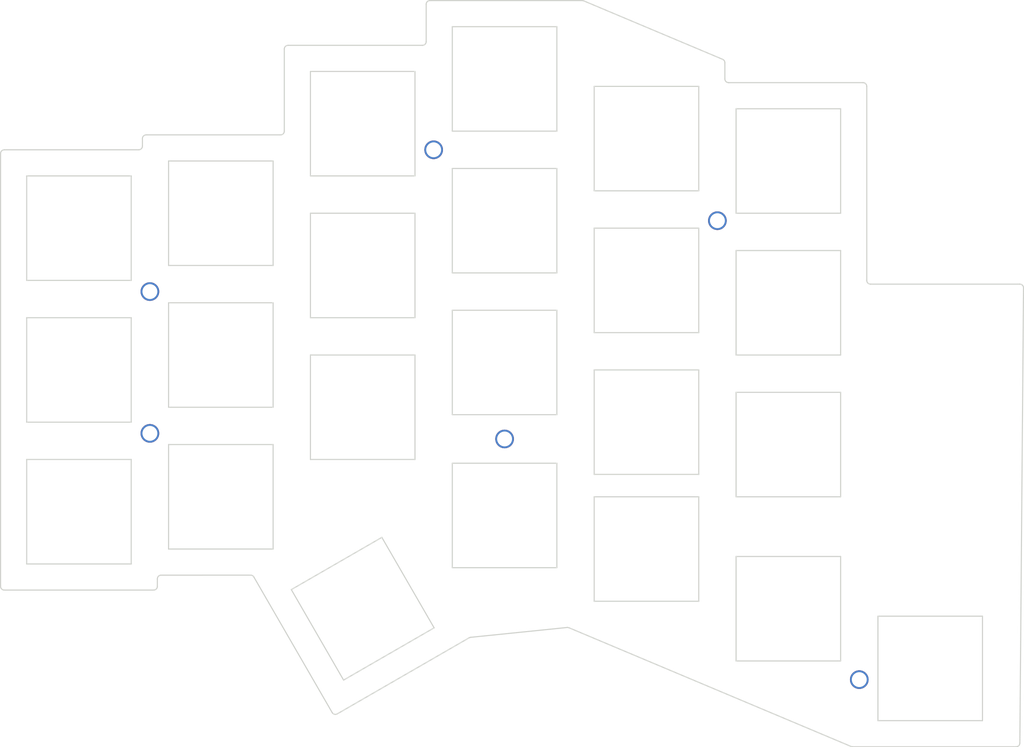
<source format=kicad_pcb>
(kicad_pcb (version 20211014) (generator pcbnew)
  (title_block (title "iteMX_top") (rev "v1.0.0") (company "Unknown"))
  (layers (0 "F.Cu" signal) (31 "B.Cu" signal) (34 "B.Paste" user) (35 "F.Paste" user) (36 "B.SilkS" user "B.Silkscreen") (37 "F.SilkS" user "F.Silkscreen") (38 "B.Mask" user) (39 "F.Mask" user) (44 "Edge.Cuts" user))
  (net 0 "")
  (footprint "MountingHole" (layer "F.Cu") (at 9.5 -10.5)
    (fp_text reference "" (at 0 0) (layer "F.SilkS") (effects (font (size 1.27 1.27))))
    (fp_text value "" (at 0 0) (layer "F.SilkS") (effects (font (size 1.27 1.27))))
    (pad "" np_thru_hole circle locked (at 0 0) (size 2.5 2.5) (drill 2) (layers *.Cu *.Mask))
  )
  (footprint "MountingHole" (layer "F.Cu") (at 57 -9.75)
    (fp_text reference "" (at 0 0) (layer "F.SilkS") (effects (font (size 1.27 1.27))))
    (fp_text value "" (at 0 0) (layer "F.SilkS") (effects (font (size 1.27 1.27))))
    (pad "" np_thru_hole circle locked (at 0 0) (size 2.5 2.5) (drill 2) (layers *.Cu *.Mask))
  )
  (footprint "MountingHole" (layer "F.Cu") (at 9.5 -29.5)
    (fp_text reference "" (at 0 0) (layer "F.SilkS") (effects (font (size 1.27 1.27))))
    (fp_text value "" (at 0 0) (layer "F.SilkS") (effects (font (size 1.27 1.27))))
    (pad "" np_thru_hole circle locked (at 0 0) (size 2.5 2.5) (drill 2) (layers *.Cu *.Mask))
  )
  (footprint "MountingHole" (layer "F.Cu") (at 85.5 -39)
    (fp_text reference "" (at 0 0) (layer "F.SilkS") (effects (font (size 1.27 1.27))))
    (fp_text value "" (at 0 0) (layer "F.SilkS") (effects (font (size 1.27 1.27))))
    (pad "" np_thru_hole circle locked (at 0 0) (size 2.5 2.5) (drill 2) (layers *.Cu *.Mask))
  )
  (footprint "MountingHole" (layer "F.Cu") (at 47.5 -48.5)
    (fp_text reference "" (at 0 0) (layer "F.SilkS") (effects (font (size 1.27 1.27))))
    (fp_text value "" (at 0 0) (layer "F.SilkS") (effects (font (size 1.27 1.27))))
    (pad "" np_thru_hole circle locked (at 0 0) (size 2.5 2.5) (drill 2) (layers *.Cu *.Mask))
  )
  (footprint "MountingHole" (layer "F.Cu") (at 104.5 22.5)
    (fp_text reference "" (at 0 0) (layer "F.SilkS") (effects (font (size 1.27 1.27))))
    (fp_text value "" (at 0 0) (layer "F.SilkS") (effects (font (size 1.27 1.27))))
    (pad "" np_thru_hole circle locked (at 0 0) (size 2.5 2.5) (drill 2) (layers *.Cu *.Mask))
  )
  (gr_line (start 45 -21) (end 31 -21) (layer "Edge.Cuts") (width 0.15))
  (gr_line (start 69 -57) (end 69 -43) (layer "Edge.Cuts") (width 0.15))
  (gr_arc (start 8.5 -49) (mid 8.353553 -48.646447) (end 8 -48.5) (layer "Edge.Cuts") (width 0.15))
  (gr_arc (start 46.5 -63) (mid 46.353553 -62.646447) (end 46 -62.5) (layer "Edge.Cuts") (width 0.15))
  (gr_arc (start 87 -57.5) (mid 86.646447 -57.646447) (end 86.5 -58) (layer "Edge.Cuts") (width 0.15))
  (gr_line (start 121 14) (end 107 14) (layer "Edge.Cuts") (width 0.15))
  (gr_line (start 69 -43) (end 83 -43) (layer "Edge.Cuts") (width 0.15))
  (gr_line (start 10.5 8.999943) (end 10.5 10) (layer "Edge.Cuts") (width 0.15))
  (gr_line (start 83 -5) (end 83 -19) (layer "Edge.Cuts") (width 0.15))
  (gr_line (start 7 -12) (end 7 -26) (layer "Edge.Cuts") (width 0.15))
  (gr_arc (start 10.5 8.999943) (mid 10.646426 8.64641) (end 10.999943 8.499943) (layer "Edge.Cuts") (width 0.15))
  (gr_line (start 69 -24) (end 83 -24) (layer "Edge.Cuts") (width 0.15))
  (gr_line (start 83 -2) (end 69 -2) (layer "Edge.Cuts") (width 0.15))
  (gr_line (start -7 -7) (end -7 7) (layer "Edge.Cuts") (width 0.15))
  (gr_line (start 31 -26) (end 45 -26) (layer "Edge.Cuts") (width 0.15))
  (gr_line (start 50 -32) (end 64 -32) (layer "Edge.Cuts") (width 0.15))
  (gr_line (start 126.495935 -29.995968) (end 126.004 31.004032) (layer "Edge.Cuts") (width 0.15))
  (gr_line (start 7 -31) (end 7 -45) (layer "Edge.Cuts") (width 0.15))
  (gr_line (start 83 -43) (end 83 -57) (layer "Edge.Cuts") (width 0.15))
  (gr_line (start 125.504016 31.5) (end 103.600971 31.5) (layer "Edge.Cuts") (width 0.15))
  (gr_arc (start 86.194028 -60.62883) (mid 86.416542 -60.444586) (end 86.5 -60.168012) (layer "Edge.Cuts") (width 0.15))
  (gr_line (start 26 -33) (end 26 -47) (layer "Edge.Cuts") (width 0.15))
  (gr_line (start 83 -38) (end 69 -38) (layer "Edge.Cuts") (width 0.15))
  (gr_line (start 102 -54) (end 88 -54) (layer "Edge.Cuts") (width 0.15))
  (gr_line (start 69 -2) (end 69 12) (layer "Edge.Cuts") (width 0.15))
  (gr_line (start 12 -9) (end 12 5) (layer "Edge.Cuts") (width 0.15))
  (gr_line (start 83 12) (end 83 -2) (layer "Edge.Cuts") (width 0.15))
  (gr_line (start 45 -40) (end 31 -40) (layer "Edge.Cuts") (width 0.15))
  (gr_line (start 83 -57) (end 69 -57) (layer "Edge.Cuts") (width 0.15))
  (gr_line (start 67.593058 -68.460818) (end 86.194029 -60.62883) (layer "Edge.Cuts") (width 0.15))
  (gr_line (start 47 -68.5) (end 67.399029 -68.5) (layer "Edge.Cuts") (width 0.15))
  (gr_line (start -10.5 10) (end -10.5 -48) (layer "Edge.Cuts") (width 0.15))
  (gr_line (start 7 -26) (end -7 -26) (layer "Edge.Cuts") (width 0.15))
  (gr_line (start 45 -7) (end 45 -21) (layer "Edge.Cuts") (width 0.15))
  (gr_line (start 102 6) (end 88 6) (layer "Edge.Cuts") (width 0.15))
  (gr_line (start 46.5 -63) (end 46.5 -68) (layer "Edge.Cuts") (width 0.15))
  (gr_arc (start 27.5 -62) (mid 27.646447 -62.353553) (end 28 -62.5) (layer "Edge.Cuts") (width 0.15))
  (gr_line (start 64 -6.5) (end 50 -6.5) (layer "Edge.Cuts") (width 0.15))
  (gr_line (start 8.5 -49) (end 8.5 -50) (layer "Edge.Cuts") (width 0.15))
  (gr_line (start 88 -16) (end 88 -2) (layer "Edge.Cuts") (width 0.15))
  (gr_line (start 45 -45) (end 45 -59) (layer "Edge.Cuts") (width 0.15))
  (gr_line (start 45 -59) (end 31 -59) (layer "Edge.Cuts") (width 0.15))
  (gr_line (start 12 -33) (end 26 -33) (layer "Edge.Cuts") (width 0.15))
  (gr_line (start 33.906733 26.910254) (end 23.42109 8.748587) (layer "Edge.Cuts") (width 0.15))
  (gr_line (start 50 7.5) (end 64 7.5) (layer "Edge.Cuts") (width 0.15))
  (gr_line (start 88 -35) (end 88 -21) (layer "Edge.Cuts") (width 0.15))
  (gr_line (start 50 -51) (end 64 -51) (layer "Edge.Cuts") (width 0.15))
  (gr_line (start 102 -35) (end 88 -35) (layer "Edge.Cuts") (width 0.15))
  (gr_arc (start 52.250554 16.896795) (mid 52.346753 16.85405) (end 52.449769 16.832393) (layer "Edge.Cuts") (width 0.15))
  (gr_arc (start 126.004 31.004032) (mid 125.856141 31.354976) (end 125.504016 31.5) (layer "Edge.Cuts") (width 0.15))
  (gr_line (start 26 5) (end 26 -9) (layer "Edge.Cuts") (width 0.15))
  (gr_line (start 102 20) (end 102 6) (layer "Edge.Cuts") (width 0.15))
  (gr_line (start 102 -2) (end 102 -16) (layer "Edge.Cuts") (width 0.15))
  (gr_arc (start 67.399029 -68.5) (mid 67.498002 -68.490107) (end 67.593058 -68.460818) (layer "Edge.Cuts") (width 0.15))
  (gr_line (start 31 -45) (end 45 -45) (layer "Edge.Cuts") (width 0.15))
  (gr_line (start 69 -5) (end 83 -5) (layer "Edge.Cuts") (width 0.15))
  (gr_arc (start -10 10.5) (mid -10.353553 10.353553) (end -10.5 10) (layer "Edge.Cuts") (width 0.15))
  (gr_line (start 50 -6.5) (end 50 7.5) (layer "Edge.Cuts") (width 0.15))
  (gr_arc (start 46.5 -68) (mid 46.646447 -68.353553) (end 47 -68.5) (layer "Edge.Cuts") (width 0.15))
  (gr_arc (start 10.5 10) (mid 10.353553 10.353553) (end 10 10.5) (layer "Edge.Cuts") (width 0.15))
  (gr_line (start 12 -28) (end 12 -14) (layer "Edge.Cuts") (width 0.15))
  (gr_line (start 121 28) (end 121 14) (layer "Edge.Cuts") (width 0.15))
  (gr_arc (start 27.5 -51) (mid 27.353553 -50.646447) (end 27 -50.5) (layer "Edge.Cuts") (width 0.15))
  (gr_arc (start 106 -30.5) (mid 105.646447 -30.646447) (end 105.5 -31) (layer "Edge.Cuts") (width 0.15))
  (gr_line (start 12 5) (end 26 5) (layer "Edge.Cuts") (width 0.15))
  (gr_line (start 26 -47) (end 12 -47) (layer "Edge.Cuts") (width 0.15))
  (gr_line (start 52.250554 16.896795) (end 34.589746 27.093267) (layer "Edge.Cuts") (width 0.15))
  (gr_line (start 86.5 -60.168012) (end 86.5 -58) (layer "Edge.Cuts") (width 0.15))
  (gr_line (start 50 -13) (end 64 -13) (layer "Edge.Cuts") (width 0.15))
  (gr_line (start 107 28) (end 121 28) (layer "Edge.Cuts") (width 0.15))
  (gr_line (start 50 -46) (end 50 -32) (layer "Edge.Cuts") (width 0.15))
  (gr_line (start 64 -51) (end 64 -65) (layer "Edge.Cuts") (width 0.15))
  (gr_line (start 45 -26) (end 45 -40) (layer "Edge.Cuts") (width 0.15))
  (gr_line (start 12 -14) (end 26 -14) (layer "Edge.Cuts") (width 0.15))
  (gr_line (start -10 -48.5) (end 8 -48.5) (layer "Edge.Cuts") (width 0.15))
  (gr_line (start 31 -7) (end 45 -7) (layer "Edge.Cuts") (width 0.15))
  (gr_line (start 83 -24) (end 83 -38) (layer "Edge.Cuts") (width 0.15))
  (gr_line (start -7 -12) (end 7 -12) (layer "Edge.Cuts") (width 0.15))
  (gr_line (start 65.372918 15.512975) (end 52.449769 16.832393) (layer "Edge.Cuts") (width 0.15))
  (gr_line (start -7 -45) (end -7 -31) (layer "Edge.Cuts") (width 0.15))
  (gr_line (start 28 -62.5) (end 46 -62.5) (layer "Edge.Cuts") (width 0.15))
  (gr_line (start 64 -13) (end 64 -27) (layer "Edge.Cuts") (width 0.15))
  (gr_line (start 64 -46) (end 50 -46) (layer "Edge.Cuts") (width 0.15))
  (gr_line (start 9 -50.5) (end 27 -50.5) (layer "Edge.Cuts") (width 0.15))
  (gr_line (start 69 -38) (end 69 -24) (layer "Edge.Cuts") (width 0.15))
  (gr_line (start 31 -21) (end 31 -7) (layer "Edge.Cuts") (width 0.15))
  (gr_line (start 26 -9) (end 12 -9) (layer "Edge.Cuts") (width 0.15))
  (gr_line (start 12 -47) (end 12 -33) (layer "Edge.Cuts") (width 0.15))
  (gr_line (start 88 6) (end 88 20) (layer "Edge.Cuts") (width 0.15))
  (gr_line (start 64 -32) (end 64 -46) (layer "Edge.Cuts") (width 0.15))
  (gr_line (start -7 -26) (end -7 -12) (layer "Edge.Cuts") (width 0.15))
  (gr_arc (start 65.372919 15.512974) (mid 65.497626 15.515883) (end 65.617732 15.549571) (layer "Edge.Cuts") (width 0.15))
  (gr_line (start 28.437822 10.437822) (end 35.437822 22.562178) (layer "Edge.Cuts") (width 0.15))
  (gr_line (start 105.5 -57) (end 105.5 -31) (layer "Edge.Cuts") (width 0.15))
  (gr_line (start 87 -57.5) (end 105 -57.5) (layer "Edge.Cuts") (width 0.15))
  (gr_line (start 64 -27) (end 50 -27) (layer "Edge.Cuts") (width 0.15))
  (gr_line (start 40.562178 3.437822) (end 28.437822 10.437822) (layer "Edge.Cuts") (width 0.15))
  (gr_line (start 103.406942 31.460818) (end 65.617732 15.549571) (layer "Edge.Cuts") (width 0.15))
  (gr_line (start 102 -16) (end 88 -16) (layer "Edge.Cuts") (width 0.15))
  (gr_line (start 27.5 -51) (end 27.5 -62) (layer "Edge.Cuts") (width 0.15))
  (gr_line (start 88 -54) (end 88 -40) (layer "Edge.Cuts") (width 0.15))
  (gr_line (start 64 7.5) (end 64 -6.5) (layer "Edge.Cuts") (width 0.15))
  (gr_line (start 88 -21) (end 102 -21) (layer "Edge.Cuts") (width 0.15))
  (gr_line (start -7 -31) (end 7 -31) (layer "Edge.Cuts") (width 0.15))
  (gr_line (start 7 -45) (end -7 -45) (layer "Edge.Cuts") (width 0.15))
  (gr_line (start 88 20) (end 102 20) (layer "Edge.Cuts") (width 0.15))
  (gr_line (start 7 7) (end 7 -7) (layer "Edge.Cuts") (width 0.15))
  (gr_arc (start 125.995952 -30.499999) (mid 126.350927 -30.352124) (end 126.495935 -29.995968) (layer "Edge.Cuts") (width 0.15))
  (gr_line (start 83 -19) (end 69 -19) (layer "Edge.Cuts") (width 0.15))
  (gr_line (start 35.437822 22.562178) (end 47.562178 15.562178) (layer "Edge.Cuts") (width 0.15))
  (gr_line (start 47.562178 15.562178) (end 40.562178 3.437822) (layer "Edge.Cuts") (width 0.15))
  (gr_line (start 102 -40) (end 102 -54) (layer "Edge.Cuts") (width 0.15))
  (gr_line (start 31 -40) (end 31 -26) (layer "Edge.Cuts") (width 0.15))
  (gr_arc (start 105 -57.5) (mid 105.353553 -57.353553) (end 105.5 -57) (layer "Edge.Cuts") (width 0.15))
  (gr_arc (start 34.589746 27.093267) (mid 34.210336 27.143217) (end 33.906733 26.910254) (layer "Edge.Cuts") (width 0.15))
  (gr_line (start 26 -28) (end 12 -28) (layer "Edge.Cuts") (width 0.15))
  (gr_line (start 107 14) (end 107 28) (layer "Edge.Cuts") (width 0.15))
  (gr_line (start 69 -19) (end 69 -5) (layer "Edge.Cuts") (width 0.15))
  (gr_arc (start 8.5 -50) (mid 8.646447 -50.353553) (end 9 -50.5) (layer "Edge.Cuts") (width 0.15))
  (gr_line (start 10 10.5) (end -10 10.5) (layer "Edge.Cuts") (width 0.15))
  (gr_line (start 88 -2) (end 102 -2) (layer "Edge.Cuts") (width 0.15))
  (gr_line (start 22.98802 8.498587) (end 10.999943 8.499943) (layer "Edge.Cuts") (width 0.15))
  (gr_line (start 50 -65) (end 50 -51) (layer "Edge.Cuts") (width 0.15))
  (gr_line (start 26 -14) (end 26 -28) (layer "Edge.Cuts") (width 0.15))
  (gr_arc (start 22.988021 8.498587) (mid 23.238053 8.56556) (end 23.42109 8.748587) (layer "Edge.Cuts") (width 0.15))
  (gr_arc (start 103.600971 31.5) (mid 103.501998 31.490107) (end 103.406942 31.460818) (layer "Edge.Cuts") (width 0.15))
  (gr_line (start 31 -59) (end 31 -45) (layer "Edge.Cuts") (width 0.15))
  (gr_line (start 50 -27) (end 50 -13) (layer "Edge.Cuts") (width 0.15))
  (gr_line (start 64 -65) (end 50 -65) (layer "Edge.Cuts") (width 0.15))
  (gr_line (start 102 -21) (end 102 -35) (layer "Edge.Cuts") (width 0.15))
  (gr_arc (start -10.5 -48) (mid -10.353553 -48.353553) (end -10 -48.5) (layer "Edge.Cuts") (width 0.15))
  (gr_line (start 88 -40) (end 102 -40) (layer "Edge.Cuts") (width 0.15))
  (gr_line (start 7 -7) (end -7 -7) (layer "Edge.Cuts") (width 0.15))
  (gr_line (start 106 -30.5) (end 125.995952 -30.5) (layer "Edge.Cuts") (width 0.15))
  (gr_line (start -7 7) (end 7 7) (layer "Edge.Cuts") (width 0.15))
  (gr_line (start 69 12) (end 83 12) (layer "Edge.Cuts") (width 0.15))
)
</source>
